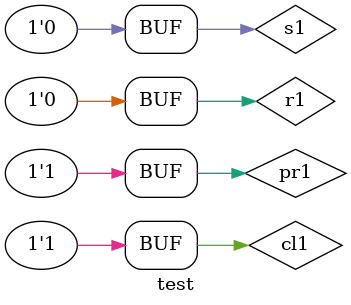
<source format=v>






//-----------------
//Module SRlatch
//-----------------
module SRlatch ( qn, q, pr, cl, r, s );

	input  r, s, pr, cl;
	output qn, q;
	
	nand NAND1(qn,pr,s,q);
	nand NAND2(q,cl,r,qn);
	
endmodule // end module

//----------------------
//--Test module SrLatch
//----------------------

module test;
SRlatch exercicio02 (p1,q1,pr1,cl1,r1,s1);

reg  r1,s1,cl1,pr1;
wire p1,q1;

initial begin

r1=0;s1=0;cl1=0;pr1=0;
$display("Bruno Calil Nicoliello Moreira - 405790");
$display("Guia 10 - Ex 02");
$monitor("r = %b; s = %b; Clear = %b; Preset = %b: Q' = %b; Q = %b",r1,s1,cl1,pr1,p1,q1);
#1 r1=0;s1=0;cl1=0;pr1=0;
#1 r1=0;s1=0;cl1=0;pr1=0;
#1 r1=1;s1=0;cl1=1;pr1=0;
#1 r1=0;s1=0;cl1=1;pr1=0;
#1 r1=1;s1=0;cl1=1;pr1=1;
#1 r1=0;s1=1;cl1=1;pr1=1;
#1 r1=0;s1=1;cl1=1;pr1=1;
#1 r1=0;s1=0;cl1=1;pr1=1;

end
endmodule
</source>
